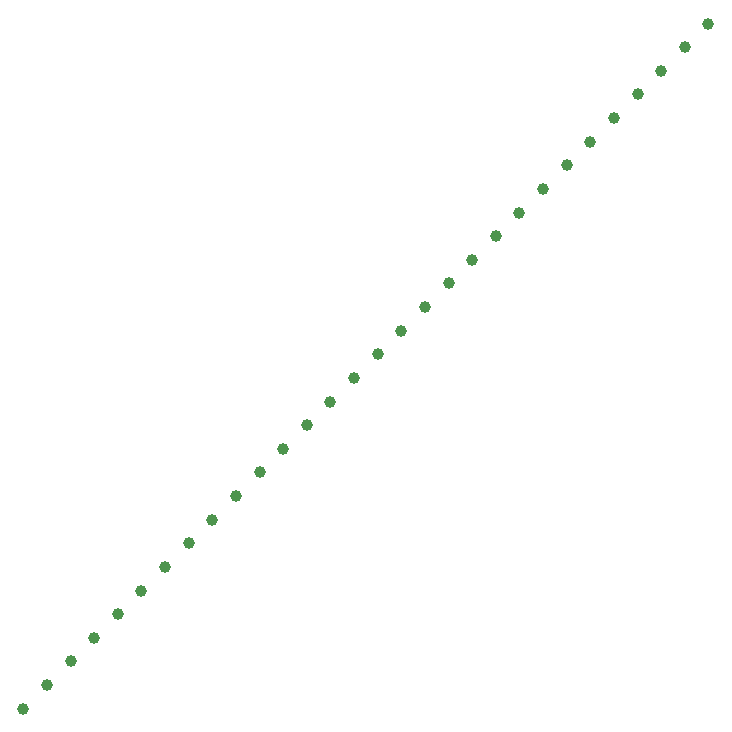
<source format=gbr>
G04 Examples for testing time performance of Gerber parsers*
%FSLAX26Y26*%
%MOMM*%
%ADD10C,1*%
%LPD*%
D10*
X0Y0D03*
X2000000Y2000000D03*
X4000000Y4000000D03*
X6000000Y6000000D03*
X8000000Y8000000D03*
X10000000Y10000000D03*
X12000000Y12000000D03*
X14000000Y14000000D03*
X16000000Y16000000D03*
X18000000Y18000000D03*
X20000000Y20000000D03*
X22000000Y22000000D03*
X24000000Y24000000D03*
X26000000Y26000000D03*
X28000000Y28000000D03*
X30000000Y30000000D03*
X32000000Y32000000D03*
X34000000Y34000000D03*
X36000000Y36000000D03*
X38000000Y38000000D03*
X40000000Y40000000D03*
X42000000Y42000000D03*
X44000000Y44000000D03*
X46000000Y46000000D03*
X48000000Y48000000D03*
X50000000Y50000000D03*
X52000000Y52000000D03*
X54000000Y54000000D03*
X56000000Y56000000D03*
X58000000Y58000000D03*
M02*

</source>
